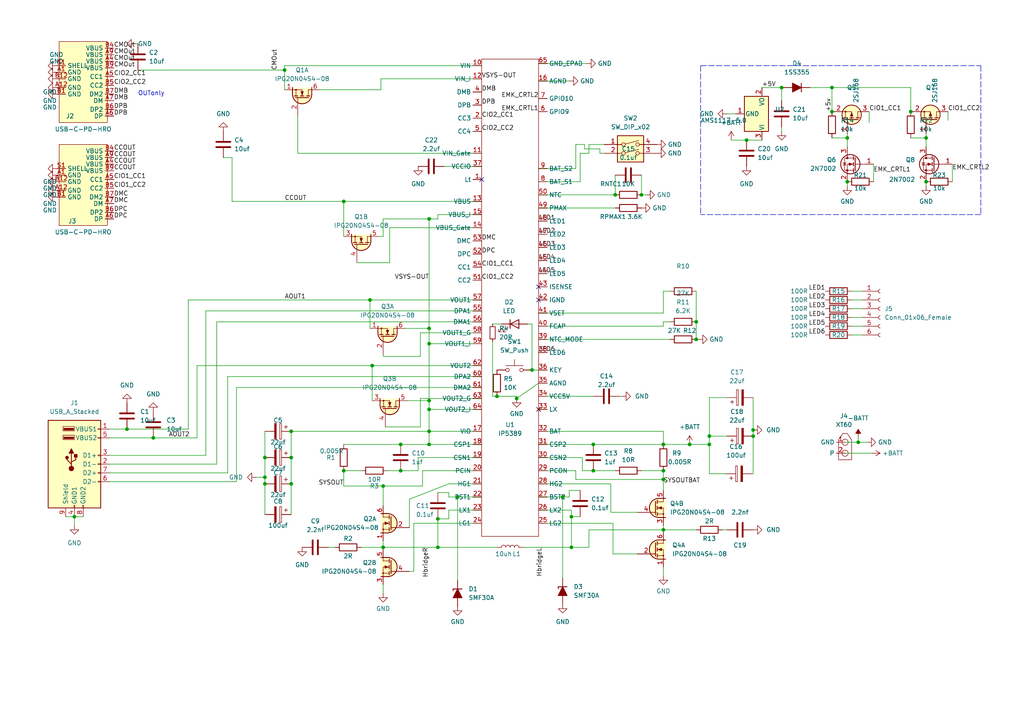
<source format=kicad_sch>
(kicad_sch (version 20211123) (generator eeschema)
  (paper "A4")
  (lib_symbols
    (symbol "Connector:Conn_01x06_Female" (pin_names (offset 1.016) hide)
      (property "Reference" "J" (at 0 7.62 0))
      (property "Value" "Conn_01x06_Female" (at 0 -10.16 0))
      (symbol "Conn_01x06_Female_1_1"
        (pin passive line (at -5.08 5.08 0) (length 3.81) (name "Pin_1") (number "1"))
        (pin passive line (at -5.08 2.54 0) (length 3.81) (name "Pin_2") (number "2"))
        (pin passive line (at -5.08 0 0) (length 3.81) (name "Pin_3") (number "3"))
        (pin passive line (at -5.08 -2.54 0) (length 3.81) (name "Pin_4") (number "4"))
        (pin passive line (at -5.08 -5.08 0) (length 3.81) (name "Pin_5") (number "5"))
        (pin passive line (at -5.08 -7.62 0) (length 3.81) (name "Pin_6") (number "6"))
      )
    )
    (symbol "Connector:USB_A_Stacked" (pin_names (offset 1.016))
      (property "Reference" "J" (at 0 15.875 0))
      (property "Value" "USB_A_Stacked" (at 0 13.97 0))
      (symbol "USB_A_Stacked_1_1"
        (pin power_in line (at 10.16 10.16 180) (length 2.54) (name "VBUS1") (number "1"))
        (pin bidirectional line (at 10.16 0 180) (length 2.54) (name "D1-") (number "2"))
        (pin bidirectional line (at 10.16 2.54 180) (length 2.54) (name "D1+") (number "3"))
        (pin power_in line (at 0 -15.24 90) (length 2.54) (name "GND1") (number "4"))
        (pin power_in line (at 10.16 7.62 180) (length 2.54) (name "VBUS2") (number "5"))
        (pin bidirectional line (at 10.16 -5.08 180) (length 2.54) (name "D2-") (number "6"))
        (pin bidirectional line (at 10.16 -2.54 180) (length 2.54) (name "D2+") (number "7"))
        (pin power_in line (at 2.54 -15.24 90) (length 2.54) (name "GND2") (number "8"))
        (pin passive line (at -2.54 -15.24 90) (length 2.54) (name "Shield") (number "9"))
      )
    )
    (symbol "Custom_library:IP5389"
      (property "Reference" "U" (at -0.635 -22.225 0))
      (property "Value" "IP5389" (at 0 -31.115 0))
      (symbol "IP5389_1_1"
        (pin bidirectional line (at -8.255 63.5 180) (length 2.54) (name "Lt") (number "1"))
        (pin power_out line (at -8.255 96.52 180) (length 2.54) (name "VIN") (number "10"))
        (pin output line (at -8.255 71.12 180) (length 2.54) (name "VIN_Gate") (number "11"))
        (pin input line (at -8.255 92.71 180) (length 2.54) (name "VIN_I") (number "12"))
        (pin power_out line (at -8.255 57.15 180) (length 2.54) (name "VBUS") (number "13"))
        (pin output line (at -8.255 49.53 180) (length 2.54) (name "VBUS_Gate") (number "14"))
        (pin input line (at -8.255 53.34 180) (length 2.54) (name "VBUS_I") (number "15"))
        (pin power_in line (at 8.255 92.075 0) (length 2.54) (name "AGND") (number "16"))
        (pin bidirectional line (at -8.255 -9.525 180) (length 2.54) (name "VIO") (number "17"))
        (pin input line (at -8.255 -13.335 180) (length 2.54) (name "CSP1") (number "18"))
        (pin input line (at -8.255 -17.145 180) (length 2.54) (name "CSN1") (number "19"))
        (pin bidirectional line (at -8.255 81.28 180) (length 2.54) (name "CC3") (number "2"))
        (pin input line (at -8.255 -20.955 180) (length 2.54) (name "PCIN") (number "20"))
        (pin output line (at -8.255 -24.765 180) (length 2.54) (name "HG1") (number "21"))
        (pin input line (at -8.255 -28.575 180) (length 2.54) (name "BST1") (number "22"))
        (pin output line (at -8.255 -32.385 180) (length 2.54) (name "LX1") (number "23"))
        (pin output line (at -8.255 -36.195 180) (length 2.54) (name "LG1") (number "24"))
        (pin output line (at 8.255 -36.195 0) (length 2.54) (name "LG2") (number "25"))
        (pin output line (at 8.255 -32.385 0) (length 2.54) (name "LX2") (number "26"))
        (pin output line (at 8.255 -28.575 0) (length 2.54) (name "BST2") (number "27"))
        (pin output line (at 8.255 -24.765 0) (length 2.54) (name "HG2") (number "28"))
        (pin input line (at 8.255 -20.955 0) (length 2.54) (name "PCON") (number "29"))
        (pin bidirectional line (at -8.255 85.09 180) (length 2.54) (name "DPB") (number "3"))
        (pin input line (at 8.255 -17.145 0) (length 2.54) (name "CSN2") (number "30"))
        (pin input line (at 8.255 -13.335 0) (length 2.54) (name "CSP2") (number "31"))
        (pin input line (at 8.255 -9.525 0) (length 2.54) (name "BAT") (number "32"))
        (pin no_connect line (at 8.255 -3.175 0) (length 2.54) (name "LX") (number "33"))
        (pin input line (at 8.255 0.635 0) (length 2.54) (name "VCC5V") (number "34"))
        (pin input line (at 8.255 4.445 0) (length 2.54) (name "AGND") (number "35"))
        (pin input line (at 8.255 8.255 0) (length 2.54) (name "KEY") (number "36"))
        (pin input line (at -8.255 67.31 180) (length 2.54) (name "VCCIO") (number "37"))
        (pin output line (at 8.255 13.335 0) (length 2.54) (name "LED6") (number "38"))
        (pin input line (at 8.255 17.145 0) (length 2.54) (name "NTC_MODE") (number "39"))
        (pin bidirectional line (at -8.255 88.9 180) (length 2.54) (name "DMB") (number "4"))
        (pin input line (at 8.255 20.955 0) (length 2.54) (name "FCAP") (number "40"))
        (pin input line (at 8.255 24.765 0) (length 2.54) (name "VSET") (number "41"))
        (pin input line (at 8.255 28.575 0) (length 2.54) (name "IGND") (number "42"))
        (pin input line (at 8.255 32.385 0) (length 2.54) (name "ISENSE") (number "43"))
        (pin output line (at 8.255 36.195 0) (length 2.54) (name "LED5") (number "44"))
        (pin output line (at 8.255 40.005 0) (length 2.54) (name "LED4") (number "45"))
        (pin output line (at 8.255 43.815 0) (length 2.54) (name "LED3") (number "46"))
        (pin output line (at 8.255 47.625 0) (length 2.54) (name "LED2") (number "47"))
        (pin output line (at 8.255 51.435 0) (length 2.54) (name "LED1") (number "48"))
        (pin input line (at 8.255 55.245 0) (length 2.54) (name "PMAX") (number "49"))
        (pin bidirectional line (at -8.255 77.47 180) (length 2.54) (name "CC4") (number "5"))
        (pin input line (at 8.255 59.055 0) (length 2.54) (name "NTC") (number "50"))
        (pin input line (at -8.255 34.29 180) (length 2.54) (name "CC2") (number "51"))
        (pin input line (at -8.255 41.91 180) (length 2.54) (name "DPC") (number "52"))
        (pin input line (at -8.255 45.72 180) (length 2.54) (name "DMC") (number "53"))
        (pin input line (at -8.255 38.1 180) (length 2.54) (name "CC1") (number "54"))
        (pin input line (at -8.255 25.4 180) (length 2.54) (name "DPA1") (number "55"))
        (pin input line (at -8.255 22.225 180) (length 2.54) (name "DMA1") (number "56"))
        (pin power_out line (at -8.255 28.575 180) (length 2.54) (name "VOUT1") (number "57"))
        (pin output line (at -8.255 19.05 180) (length 2.54) (name "VOUT1_G") (number "58"))
        (pin input line (at -8.255 15.875 180) (length 2.54) (name "VOUT1_I") (number "59"))
        (pin bidirectional line (at 8.255 83.185 0) (length 2.54) (name "GPIO9") (number "6"))
        (pin input line (at -8.255 6.35 180) (length 2.54) (name "DPA2") (number "60"))
        (pin input line (at -8.255 3.175 180) (length 2.54) (name "DMA2") (number "61"))
        (pin power_out line (at -8.255 9.525 180) (length 2.54) (name "VOUT2") (number "62"))
        (pin output line (at -8.255 0 180) (length 2.54) (name "VOUT2_G") (number "63"))
        (pin input line (at -8.255 -3.175 180) (length 2.54) (name "VOUT2_I") (number "64"))
        (pin power_in line (at 8.255 97.155 0) (length 2.54) (name "GND_EPAD") (number "65"))
        (pin bidirectional line (at 8.255 86.995 0) (length 2.54) (name "GPIO10") (number "7"))
        (pin input line (at 8.255 62.865 0) (length 2.54) (name "BAT_S1") (number "8"))
        (pin input line (at 8.255 66.675 0) (length 2.54) (name "BAT_S2") (number "9"))
      )
    )
    (symbol "Custom_library:USB-C-PD-HRO"
      (property "Reference" "J" (at -6.985 13.335 0))
      (property "Value" "USB-C-PD-HRO" (at -11.43 10.16 90))
      (symbol "USB-C-PD-HRO_1_1"
        (pin power_in line (at 5.08 17.78 270) (length 2.54) (name "GND") (number "A1"))
        (pin power_in line (at 0.635 17.78 270) (length 2.54) (name "GND") (number "A12"))
        (pin passive line (at 8.255 1.27 90) (length 2.54) (name "VBUS") (number "A4"))
        (pin bidirectional line (at 3.81 1.27 90) (length 2.54) (name "CC1") (number "A5"))
        (pin bidirectional line (at -7.62 1.27 90) (length 2.54) (name "DP") (number "A6"))
        (pin bidirectional line (at -3.175 1.27 90) (length 2.54) (name "DM") (number "A7"))
        (pin passive line (at 10.16 1.27 90) (length 2.54) (name "VBUS") (number "A9"))
        (pin power_in line (at -1.27 17.78 270) (length 2.54) (name "GND") (number "B1"))
        (pin passive line (at 3.175 17.78 270) (length 2.54) (name "GND") (number "B12"))
        (pin passive line (at 12.065 1.27 90) (length 2.54) (name "VBUS") (number "B4"))
        (pin bidirectional line (at 1.27 1.27 90) (length 2.54) (name "CC2") (number "B5"))
        (pin passive line (at -5.715 1.27 90) (length 2.54) (name "DP2") (number "B6"))
        (pin passive line (at -1.27 1.27 90) (length 2.54) (name "DM2") (number "B7"))
        (pin power_out line (at 6.35 1.27 90) (length 2.54) (name "VBUS") (number "B9"))
        (pin passive line (at 6.985 17.78 270) (length 2.54) (name "SHELL") (number "S1"))
      )
    )
    (symbol "Custom_library:XT60"
      (property "Reference" "J" (at 3.175 0.635 0))
      (property "Value" "XT60" (at 0.635 -1.905 0))
      (symbol "XT60_1_1"
        (pin input line (at 0.635 5.08 180) (length 2.54) (name "GND") (number "1"))
        (pin input line (at 0.635 1.905 180) (length 2.54) (name "P") (number "2"))
      )
    )
    (symbol "Device:C" (pin_numbers hide) (pin_names (offset 0.254))
      (property "Reference" "C" (at 0.635 2.54 0))
      (property "Value" "C" (at 0.635 -2.54 0))
      (symbol "C_1_1"
        (pin passive line (at 0 3.81 270) (length 2.794) (name "~") (number "1"))
        (pin passive line (at 0 -3.81 90) (length 2.794) (name "~") (number "2"))
      )
    )
    (symbol "Device:C_Polarized" (pin_numbers hide) (pin_names (offset 0.254))
      (property "Reference" "C" (at 0.635 2.54 0))
      (property "Value" "C_Polarized" (at 0.635 -2.54 0))
      (symbol "C_Polarized_1_1"
        (pin passive line (at 0 3.81 270) (length 2.794) (name "~") (number "1"))
        (pin passive line (at 0 -3.81 90) (length 2.794) (name "~") (number "2"))
      )
    )
    (symbol "Device:L" (pin_numbers hide) (pin_names (offset 1.016) hide)
      (property "Reference" "L" (at -1.27 0 90))
      (property "Value" "L" (at 1.905 0 90))
      (symbol "L_1_1"
        (pin passive line (at 0 3.81 270) (length 1.27) (name "1") (number "1"))
        (pin passive line (at 0 -3.81 90) (length 1.27) (name "2") (number "2"))
      )
    )
    (symbol "Device:LED" (pin_numbers hide) (pin_names (offset 1.016) hide)
      (property "Reference" "D" (at 0 2.54 0))
      (property "Value" "LED" (at 0 -2.54 0))
      (symbol "LED_1_1"
        (pin passive line (at -3.81 0 0) (length 2.54) (name "K") (number "1"))
        (pin passive line (at 3.81 0 180) (length 2.54) (name "A") (number "2"))
      )
    )
    (symbol "Device:R" (pin_numbers hide) (pin_names (offset 0))
      (property "Reference" "R" (at 2.032 0 90))
      (property "Value" "R" (at 0 0 90))
      (symbol "R_1_1"
        (pin passive line (at 0 3.81 270) (length 1.27) (name "~") (number "1"))
        (pin passive line (at 0 -3.81 90) (length 1.27) (name "~") (number "2"))
      )
    )
    (symbol "Device:R_Small" (pin_numbers hide) (pin_names (offset 0.254) hide)
      (property "Reference" "R" (at 0.762 0.508 0))
      (property "Value" "R_Small" (at 0.762 -1.016 0))
      (symbol "R_Small_1_1"
        (pin passive line (at 0 2.54 270) (length 0.762) (name "~") (number "1"))
        (pin passive line (at 0 -2.54 90) (length 0.762) (name "~") (number "2"))
      )
    )
    (symbol "Diode_AKL:1SS355" (pin_numbers hide) (pin_names (offset 1.016) hide)
      (property "Reference" "D" (at 0 5.08 0))
      (property "Value" "1SS355" (at 0 2.54 0))
      (symbol "1SS355_1_1"
        (pin passive line (at 3.81 0 180) (length 2.54) (name "K") (number "1"))
        (pin passive line (at -3.81 0 0) (length 2.54) (name "A") (number "2"))
      )
    )
    (symbol "Diode_TVS_AKL:SMF30A" (pin_numbers hide) (pin_names (offset 1.016) hide)
      (property "Reference" "D" (at 0 5.08 0))
      (property "Value" "SMF30A" (at 0 2.54 0))
      (symbol "SMF30A_1_1"
        (pin passive line (at 3.81 0 180) (length 2.54) (name "K") (number "1"))
        (pin passive line (at -3.81 0 0) (length 2.54) (name "A") (number "2"))
      )
    )
    (symbol "Regulator_Linear:LM1117-5.0" (pin_names (offset 0.254))
      (property "Reference" "U" (at -3.81 3.175 0))
      (property "Value" "LM1117-5.0" (at 0 3.175 0))
      (symbol "LM1117-5.0_1_1"
        (pin power_in line (at 0 -7.62 90) (length 2.54) (name "GND") (number "1"))
        (pin power_out line (at 7.62 0 180) (length 2.54) (name "VO") (number "2"))
        (pin power_in line (at -7.62 0 0) (length 2.54) (name "VI") (number "3"))
      )
    )
    (symbol "Switch:SW_DIP_x02" (pin_names (offset 0) hide)
      (property "Reference" "SW" (at 0 6.35 0))
      (property "Value" "SW_DIP_x02" (at 0 -3.81 0))
      (symbol "SW_DIP_x02_1_1"
        (pin passive line (at -7.62 2.54 0) (length 5.08) (name "~") (number "1"))
        (pin passive line (at -7.62 0 0) (length 5.08) (name "~") (number "2"))
        (pin passive line (at 7.62 0 180) (length 5.08) (name "~") (number "3"))
        (pin passive line (at 7.62 2.54 180) (length 5.08) (name "~") (number "4"))
      )
    )
    (symbol "Switch:SW_Push" (pin_numbers hide) (pin_names (offset 1.016) hide)
      (property "Reference" "SW" (at 1.27 2.54 0))
      (property "Value" "SW_Push" (at 0 -1.524 0))
      (symbol "SW_Push_0_1"
        (pin passive line (at -5.08 0 0) (length 2.54) (name "1") (number "1"))
        (pin passive line (at 5.08 0 180) (length 2.54) (name "2") (number "2"))
      )
    )
    (symbol "Transistor_FET:2N7002" (pin_names hide)
      (property "Reference" "Q" (at 5.08 1.905 0))
      (property "Value" "2N7002" (at 5.08 0 0))
      (symbol "2N7002_1_1"
        (pin input line (at -5.08 0 0) (length 2.54) (name "G") (number "1"))
        (pin passive line (at 2.54 -5.08 90) (length 2.54) (name "S") (number "2"))
        (pin passive line (at 2.54 5.08 270) (length 2.54) (name "D") (number "3"))
      )
    )
    (symbol "Transistor_MOSFET_AKL:2SJ168" (pin_names hide)
      (property "Reference" "Q" (at 5.08 1.27 0))
      (property "Value" "2SJ168" (at 5.08 -1.27 0))
      (symbol "2SJ168_1_1"
        (pin input line (at -3.81 1.27 0) (length 2.54) (name "G") (number "1"))
        (pin passive line (at 2.54 5.08 270) (length 2.54) (name "S") (number "2"))
        (pin passive line (at 2.54 -5.08 90) (length 2.54) (name "D") (number "3"))
      )
    )
    (symbol "Transistor_MOSFET_AKL:IPG20N04S4-08" (pin_names (offset 1.016) hide)
      (property "Reference" "Q" (at 3.81 1.27 0))
      (property "Value" "IPG20N04S4-08" (at 3.81 -1.27 0))
      (symbol "IPG20N04S4-08_1_1"
        (pin passive line (at 1.27 -5.08 90) (length 2.54) (name "S1") (number "1"))
        (pin input line (at -6.35 -1.27 0) (length 5.207) (name "G1") (number "2"))
        (pin passive line (at 1.27 5.08 270) (length 2.54) (name "D1") (number "6"))
      )
      (symbol "IPG20N04S4-08_2_1"
        (pin passive line (at 1.27 -5.08 90) (length 2.54) (name "S2") (number "3"))
        (pin input line (at -6.35 -1.27 0) (length 5.207) (name "G2") (number "4"))
        (pin passive line (at 1.27 5.08 270) (length 2.54) (name "D2") (number "5"))
      )
    )
    (symbol "power:+BATT" (power) (pin_names (offset 0))
      (property "Value" "+BATT" (at 0 3.556 0))
      (symbol "+BATT_1_1"
        (pin power_in line (at 0 0 90) (length 0) hide (name "+BATT") (number "1"))
      )
    )
    (symbol "power:-BATT" (power) (pin_names (offset 0))
      (property "Value" "-BATT" (at 0 3.556 0))
      (symbol "-BATT_1_1"
        (pin power_in line (at 0 0 90) (length 0) hide (name "-BATT") (number "1"))
      )
    )
    (symbol "power:GND" (power) (pin_names (offset 0))
      (property "Value" "GND" (at 0 -3.81 0))
      (symbol "GND_1_1"
        (pin power_in line (at 0 0 270) (length 0) hide (name "GND") (number "1"))
      )
    )
  )
  (junction (at 201.93 93.345))
  (junction (at 107.315 86.995))
  (junction (at 172.085 136.525))
  (junction (at 205.74 128.905))
  (junction (at 124.46 63.5))
  (junction (at 245.745 40.005))
  (junction (at 84.455 140.335))
  (junction (at 165.735 149.86))
  (junction (at 226.695 25.4))
  (junction (at 84.455 125.095))
  (junction (at 218.44 124.714))
  (junction (at 21.59 149.86))
  (junction (at 268.605 52.705))
  (junction (at 111.125 140.97))
  (junction (at 192.405 139.065))
  (junction (at 241.3 25.4))
  (junction (at 163.195 144.145))
  (junction (at 201.93 98.425))
  (junction (at 205.74 126.492))
  (junction (at 124.46 125.095))
  (junction (at 36.83 124.46))
  (junction (at 124.46 128.905))
  (junction (at 149.86 115.57))
  (junction (at 264.16 32.385))
  (junction (at 76.835 140.335))
  (junction (at 107.95 106.045))
  (junction (at 245.745 52.705))
  (junction (at 192.405 128.905))
  (junction (at 82.55 20.32))
  (junction (at 165.735 158.75))
  (junction (at 248.92 128.27))
  (junction (at 186.055 56.515))
  (junction (at 124.46 99.695))
  (junction (at 124.46 95.25))
  (junction (at 99.695 136.525))
  (junction (at 192.405 136.525))
  (junction (at 200.025 128.905))
  (junction (at 116.205 128.905))
  (junction (at 172.085 128.905))
  (junction (at 127 150.495))
  (junction (at 154.305 107.315))
  (junction (at 76.835 138.43))
  (junction (at 216.535 40.64))
  (junction (at 241.3 32.385))
  (junction (at 99.695 58.42))
  (junction (at 144.145 114.935))
  (junction (at 192.405 153.67))
  (junction (at 111.125 158.75))
  (junction (at 44.45 127))
  (junction (at 124.46 118.745))
  (junction (at 178.435 56.515))
  (junction (at 124.46 116.205))
  (junction (at 127 158.75))
  (junction (at 76.835 132.715))
  (junction (at 116.205 136.525))
  (junction (at 132.715 144.145))
  (junction (at 218.44 126.492))
  (junction (at 268.605 40.005))
  (junction (at 84.455 132.715))
  (no_connect (at 156.21 86.995))
  (no_connect (at 156.21 83.185))
  (no_connect (at 139.7 52.07))
  (no_connect (at 156.21 118.745))
  (wire (pts (xy 226.695 25.4) (xy 226.695 29.21)))
  (wire (pts (xy 132.715 144.145) (xy 130.175 144.145)))
  (wire (pts (xy 139.7 128.905) (xy 124.46 128.905)))
  (wire (pts (xy 130.175 140.335) (xy 139.7 140.335)))
  (wire (pts (xy 68.58 139.7) (xy 31.75 139.7)))
  (wire (pts (xy 121.92 115.57) (xy 121.92 123.825)))
  (wire (pts (xy 156.21 52.705) (xy 168.275 52.705)))
  (wire (pts (xy 118.11 116.205) (xy 124.46 116.205)))
  (wire (pts (xy 111.125 68.58) (xy 111.125 63.5)))
  (wire (pts (xy 84.455 132.715) (xy 84.455 140.335)))
  (wire (pts (xy 156.21 90.805) (xy 192.405 90.805)))
  (wire (pts (xy 139.7 93.345) (xy 62.865 93.345)))
  (wire (pts (xy 192.405 93.345) (xy 194.31 93.345)))
  (wire (pts (xy 205.74 137.414) (xy 210.566 137.414)))
  (wire (pts (xy 111.125 156.845) (xy 111.125 158.75)))
  (wire (pts (xy 59.69 132.08) (xy 59.69 90.17)))
  (wire (pts (xy 99.695 136.525) (xy 99.695 140.97)))
  (wire (pts (xy 84.455 125.095) (xy 124.46 125.095)))
  (wire (pts (xy 192.405 153.67) (xy 192.405 154.305)))
  (wire (pts (xy 252.095 32.385) (xy 252.095 35.56)))
  (wire (pts (xy 31.75 127) (xy 44.45 127)))
  (wire (pts (xy 168.275 44.45) (xy 170.815 44.45)))
  (wire (pts (xy 122.555 136.525) (xy 122.555 140.97)))
  (wire (pts (xy 177.165 140.335) (xy 177.165 148.59)))
  (wire (pts (xy 226.695 25.4) (xy 227.33 25.4)))
  (wire (pts (xy 139.7 115.57) (xy 121.92 115.57)))
  (wire (pts (xy 127 158.75) (xy 144.145 158.75)))
  (wire (pts (xy 130.175 142.875) (xy 127 142.875)))
  (wire (pts (xy 99.695 128.905) (xy 116.205 128.905)))
  (wire (pts (xy 139.7 144.145) (xy 132.715 144.145)))
  (wire (pts (xy 156.21 144.145) (xy 163.195 144.145)))
  (wire (pts (xy 212.09 40.64) (xy 216.535 40.64)))
  (wire (pts (xy 127 150.495) (xy 127 158.75)))
  (wire (pts (xy 124.46 63.5) (xy 124.46 95.25)))
  (wire (pts (xy 192.405 153.67) (xy 201.93 153.67)))
  (wire (pts (xy 124.46 99.695) (xy 124.46 116.205)))
  (wire (pts (xy 142.875 93.98) (xy 145.415 93.98)))
  (wire (pts (xy 268.605 40.005) (xy 268.605 42.545)))
  (wire (pts (xy 139.7 19.05) (xy 82.55 19.05)))
  (wire (pts (xy 99.695 58.42) (xy 99.695 68.58)))
  (wire (pts (xy 156.21 98.425) (xy 194.31 98.425)))
  (wire (pts (xy 163.195 144.145) (xy 165.1 144.145)))
  (wire (pts (xy 139.7 44.45) (xy 86.36 44.45)))
  (wire (pts (xy 156.21 140.335) (xy 177.165 140.335)))
  (wire (pts (xy 234.95 25.4) (xy 241.3 25.4)))
  (wire (pts (xy 241.3 32.385) (xy 241.935 32.385)))
  (wire (pts (xy 121.285 136.525) (xy 121.285 132.715)))
  (wire (pts (xy 82.55 20.32) (xy 82.55 26.035)))
  (wire (pts (xy 200.025 128.905) (xy 205.74 128.905)))
  (wire (pts (xy 21.59 149.86) (xy 24.13 149.86)))
  (wire (pts (xy 205.74 128.905) (xy 205.74 137.414)))
  (wire (pts (xy 177.8 151.765) (xy 177.8 160.655)))
  (wire (pts (xy 130.175 147.955) (xy 139.7 147.955)))
  (wire (pts (xy 167.005 41.91) (xy 167.005 48.895)))
  (wire (pts (xy 156.21 94.615) (xy 192.405 94.615)))
  (wire (pts (xy 192.405 136.525) (xy 192.405 139.065)))
  (wire (pts (xy 177.8 160.655) (xy 184.785 160.655)))
  (wire (pts (xy 168.275 149.86) (xy 165.735 149.86)))
  (wire (pts (xy 92.71 26.035) (xy 110.49 26.035)))
  (wire (pts (xy 165.735 149.86) (xy 165.735 158.75)))
  (wire (pts (xy 67.31 45.72) (xy 67.31 58.42)))
  (wire (pts (xy 218.44 137.414) (xy 218.44 126.492)))
  (wire (pts (xy 121.92 103.378) (xy 111.252 103.378)))
  (wire (pts (xy 124.46 63.5) (xy 127 63.5)))
  (wire (pts (xy 111.252 103.378) (xy 111.125 102.87)))
  (wire (pts (xy 268.605 40.005) (xy 264.16 40.005)))
  (wire (pts (xy 178.435 136.525) (xy 172.085 136.525)))
  (wire (pts (xy 248.92 128.27) (xy 251.46 128.27)))
  (wire (pts (xy 86.36 44.45) (xy 86.36 33.655)))
  (wire (pts (xy 248.92 127) (xy 248.92 128.27)))
  (wire (pts (xy 170.815 41.91) (xy 175.26 41.91)))
  (wire (pts (xy 116.205 128.905) (xy 124.46 128.905)))
  (wire (pts (xy 268.605 38.735) (xy 268.605 40.005)))
  (wire (pts (xy 247.015 94.615) (xy 250.19 94.615)))
  (wire (pts (xy 139.7 58.42) (xy 99.695 58.42)))
  (wire (pts (xy 76.835 125.095) (xy 76.835 132.715)))
  (wire (pts (xy 66.04 109.22) (xy 139.7 109.22)))
  (wire (pts (xy 245.745 40.005) (xy 241.3 40.005)))
  (wire (pts (xy 202.565 98.425) (xy 201.93 98.425)))
  (wire (pts (xy 172.085 128.905) (xy 192.405 128.905)))
  (wire (pts (xy 168.91 132.715) (xy 156.21 132.715)))
  (wire (pts (xy 120.015 165.735) (xy 118.745 165.735)))
  (wire (pts (xy 245.11 128.27) (xy 248.92 128.27)))
  (wire (pts (xy 153.035 93.98) (xy 154.305 93.98)))
  (wire (pts (xy 142.875 99.06) (xy 142.875 114.935)))
  (wire (pts (xy 170.815 153.67) (xy 192.405 153.67)))
  (wire (pts (xy 104.775 158.75) (xy 111.125 158.75)))
  (wire (pts (xy 121.285 132.715) (xy 139.7 132.715)))
  (wire (pts (xy 111.125 169.545) (xy 111.125 172.085)))
  (wire (pts (xy 205.74 115.316) (xy 205.74 126.492)))
  (wire (pts (xy 76.835 140.335) (xy 76.835 149.225)))
  (wire (pts (xy 156.21 18.415) (xy 170.18 18.415)))
  (wire (pts (xy 268.605 52.705) (xy 268.605 53.975)))
  (wire (pts (xy 167.005 41.91) (xy 169.545 41.91)))
  (wire (pts (xy 156.21 128.905) (xy 172.085 128.905)))
  (wire (pts (xy 192.405 139.065) (xy 192.405 142.24)))
  (wire (pts (xy 247.015 92.075) (xy 250.19 92.075)))
  (wire (pts (xy 186.055 50.8) (xy 186.055 56.515)))
  (wire (pts (xy 130.175 144.145) (xy 130.175 142.875)))
  (wire (pts (xy 124.46 116.205) (xy 124.46 118.745)))
  (wire (pts (xy 21.59 149.86) (xy 21.59 152.4)))
  (wire (pts (xy 192.405 125.095) (xy 192.405 128.905)))
  (wire (pts (xy 201.93 84.455) (xy 201.93 93.345)))
  (wire (pts (xy 245.11 131.445) (xy 252.73 131.445)))
  (wire (pts (xy 139.7 112.395) (xy 68.58 112.395)))
  (polyline (pts (xy 203.2 19.05) (xy 284.48 19.05)))
  (wire (pts (xy 216.535 40.64) (xy 220.98 40.64)))
  (wire (pts (xy 57.15 106.045) (xy 107.95 106.045)))
  (wire (pts (xy 112.395 136.525) (xy 116.205 136.525)))
  (wire (pts (xy 142.875 114.935) (xy 144.145 114.935)))
  (wire (pts (xy 82.55 19.05) (xy 82.55 20.32)))
  (wire (pts (xy 187.325 56.515) (xy 186.055 56.515)))
  (wire (pts (xy 201.93 93.345) (xy 201.93 98.425)))
  (wire (pts (xy 144.145 114.935) (xy 149.86 114.935)))
  (wire (pts (xy 118.745 153.035) (xy 118.745 144.78)))
  (wire (pts (xy 156.21 23.495) (xy 165.1 23.495)))
  (polyline (pts (xy 284.48 62.23) (xy 203.2 62.23)))
  (wire (pts (xy 156.21 60.325) (xy 178.435 60.325)))
  (wire (pts (xy 117.475 95.25) (xy 124.46 95.25)))
  (wire (pts (xy 192.405 128.905) (xy 200.025 128.905)))
  (wire (pts (xy 127 62.23) (xy 139.7 62.23)))
  (wire (pts (xy 247.015 97.155) (xy 250.19 97.155)))
  (wire (pts (xy 210.82 33.02) (xy 213.36 33.02)))
  (wire (pts (xy 107.315 86.995) (xy 107.315 95.25)))
  (wire (pts (xy 59.69 90.17) (xy 139.7 90.17)))
  (wire (pts (xy 226.695 36.83) (xy 226.695 38.1)))
  (wire (pts (xy 76.835 138.43) (xy 76.835 140.335)))
  (wire (pts (xy 120.015 151.765) (xy 120.015 165.735)))
  (wire (pts (xy 40.005 20.32) (xy 82.55 20.32)))
  (wire (pts (xy 68.58 112.395) (xy 68.58 139.7)))
  (wire (pts (xy 245.745 38.735) (xy 245.745 40.005)))
  (wire (pts (xy 218.44 115.316) (xy 218.44 124.714)))
  (wire (pts (xy 192.405 90.805) (xy 192.405 84.455)))
  (wire (pts (xy 62.865 134.62) (xy 31.75 134.62)))
  (wire (pts (xy 99.695 58.42) (xy 67.31 58.42)))
  (wire (pts (xy 127 150.495) (xy 130.175 150.495)))
  (wire (pts (xy 169.545 41.91) (xy 169.545 43.18)))
  (wire (pts (xy 220.98 25.4) (xy 226.695 25.4)))
  (wire (pts (xy 107.95 106.045) (xy 107.95 116.205)))
  (wire (pts (xy 156.21 56.515) (xy 178.435 56.515)))
  (wire (pts (xy 121.92 123.825) (xy 111.76 123.825)))
  (wire (pts (xy 245.745 40.005) (xy 245.745 42.545)))
  (wire (pts (xy 124.46 99.695) (xy 139.7 99.695)))
  (wire (pts (xy 111.125 63.5) (xy 124.46 63.5)))
  (wire (pts (xy 276.225 47.625) (xy 276.225 52.705)))
  (wire (pts (xy 122.555 140.97) (xy 111.125 140.97)))
  (wire (pts (xy 156.21 136.525) (xy 167.005 136.525)))
  (wire (pts (xy 163.195 144.145) (xy 163.195 167.64)))
  (wire (pts (xy 31.75 137.16) (xy 66.04 137.16)))
  (wire (pts (xy 165.735 147.955) (xy 165.735 149.86)))
  (wire (pts (xy 95.25 158.75) (xy 97.155 158.75)))
  (wire (pts (xy 84.455 140.335) (xy 84.455 149.225)))
  (wire (pts (xy 156.21 147.955) (xy 165.735 147.955)))
  (wire (pts (xy 57.15 127) (xy 57.15 106.045)))
  (wire (pts (xy 165.1 142.24) (xy 168.275 142.24)))
  (wire (pts (xy 110.49 22.86) (xy 139.7 22.86)))
  (wire (pts (xy 54.61 124.46) (xy 36.83 124.46)))
  (wire (pts (xy 205.74 126.492) (xy 205.74 128.905)))
  (wire (pts (xy 39.37 12.7) (xy 40.005 12.7)))
  (wire (pts (xy 31.75 132.08) (xy 59.69 132.08)))
  (wire (pts (xy 172.085 136.525) (xy 168.91 136.525)))
  (wire (pts (xy 178.435 50.8) (xy 178.435 56.515)))
  (wire (pts (xy 179.705 114.935) (xy 180.34 114.935)))
  (wire (pts (xy 111.125 158.75) (xy 127 158.75)))
  (wire (pts (xy 121.92 96.52) (xy 121.92 103.378)))
  (wire (pts (xy 247.015 86.995) (xy 250.19 86.995)))
  (wire (pts (xy 168.275 44.45) (xy 168.275 52.705)))
  (wire (pts (xy 124.46 125.095) (xy 124.46 118.745)))
  (wire (pts (xy 113.03 66.04) (xy 139.7 66.04)))
  (wire (pts (xy 205.74 126.492) (xy 210.82 126.492)))
  (wire (pts (xy 54.61 86.995) (xy 54.61 124.46)))
  (wire (pts (xy 247.015 89.535) (xy 250.19 89.535)))
  (wire (pts (xy 169.545 43.18) (xy 173.99 43.18)))
  (wire (pts (xy 209.55 153.67) (xy 210.82 153.67)))
  (wire (pts (xy 192.405 84.455) (xy 194.31 84.455)))
  (wire (pts (xy 130.175 150.495) (xy 130.175 147.955)))
  (wire (pts (xy 177.165 148.59) (xy 184.785 148.59)))
  (wire (pts (xy 64.77 45.72) (xy 67.31 45.72)))
  (wire (pts (xy 154.305 107.315) (xy 156.21 107.315)))
  (wire (pts (xy 110.49 26.035) (xy 110.49 22.86)))
  (wire (pts (xy 111.125 140.97) (xy 99.695 140.97)))
  (wire (pts (xy 44.45 127) (xy 57.15 127)))
  (wire (pts (xy 192.405 152.4) (xy 192.405 153.67)))
  (wire (pts (xy 170.815 158.75) (xy 165.735 158.75)))
  (wire (pts (xy 127 63.5) (xy 127 62.23)))
  (wire (pts (xy 76.835 132.715) (xy 76.835 138.43)))
  (wire (pts (xy 192.405 94.615) (xy 192.405 93.345)))
  (wire (pts (xy 192.405 164.465) (xy 192.405 167.005)))
  (wire (pts (xy 149.86 114.935) (xy 149.86 115.57)))
  (polyline (pts (xy 203.2 19.05) (xy 203.2 62.23)))
  (wire (pts (xy 264.16 32.385) (xy 264.795 32.385)))
  (wire (pts (xy 274.955 32.385) (xy 274.955 34.925)))
  (wire (pts (xy 116.205 136.525) (xy 121.285 136.525)))
  (wire (pts (xy 139.7 125.095) (xy 124.46 125.095)))
  (wire (pts (xy 124.46 95.25) (xy 124.46 99.695)))
  (wire (pts (xy 165.1 144.145) (xy 165.1 142.24)))
  (wire (pts (xy 19.05 149.86) (xy 21.59 149.86)))
  (wire (pts (xy 109.855 68.58) (xy 111.125 68.58)))
  (wire (pts (xy 66.04 137.16) (xy 66.04 109.22)))
  (wire (pts (xy 156.21 48.895) (xy 167.005 48.895)))
  (wire (pts (xy 113.03 76.2) (xy 113.03 66.04)))
  (wire (pts (xy 139.7 136.525) (xy 122.555 136.525)))
  (wire (pts (xy 36.83 124.46) (xy 31.75 124.46)))
  (wire (pts (xy 111.125 158.75) (xy 111.125 159.385)))
  (wire (pts (xy 149.86 115.57) (xy 156.21 111.125)))
  (wire (pts (xy 54.61 86.995) (xy 107.315 86.995)))
  (wire (pts (xy 62.865 93.345) (xy 62.865 134.62)))
  (wire (pts (xy 156.21 114.935) (xy 172.085 114.935)))
  (wire (pts (xy 170.815 153.67) (xy 170.815 158.75)))
  (wire (pts (xy 170.815 44.45) (xy 170.815 41.91)))
  (wire (pts (xy 167.005 139.065) (xy 192.405 139.065)))
  (wire (pts (xy 139.7 151.765) (xy 120.015 151.765)))
  (wire (pts (xy 154.305 93.98) (xy 154.305 107.315)))
  (wire (pts (xy 103.505 76.2) (xy 113.03 76.2)))
  (wire (pts (xy 74.295 138.43) (xy 76.835 138.43)))
  (wire (pts (xy 132.715 144.145) (xy 132.715 168.275)))
  (wire (pts (xy 107.315 86.995) (xy 139.7 86.995)))
  (wire (pts (xy 218.44 137.414) (xy 218.186 137.414)))
  (wire (pts (xy 118.745 144.78) (xy 130.175 140.335)))
  (wire (pts (xy 84.455 125.095) (xy 84.455 132.715)))
  (wire (pts (xy 156.21 151.765) (xy 177.8 151.765)))
  (wire (pts (xy 168.91 136.525) (xy 168.91 132.715)))
  (wire (pts (xy 264.16 25.4) (xy 264.16 32.385)))
  (wire (pts (xy 241.3 25.4) (xy 264.16 25.4)))
  (wire (pts (xy 167.005 136.525) (xy 167.005 139.065)))
  (wire (pts (xy 107.95 106.045) (xy 139.7 106.045)))
  (wire (pts (xy 205.74 115.316) (xy 210.82 115.316)))
  (wire (pts (xy 241.3 25.4) (xy 241.3 32.385)))
  (wire (pts (xy 156.21 125.095) (xy 192.405 125.095)))
  (wire (pts (xy 247.015 84.455) (xy 250.19 84.455)))
  (wire (pts (xy 151.765 158.75) (xy 165.735 158.75)))
  (wire (pts (xy 173.99 44.45) (xy 175.26 44.45)))
  (wire (pts (xy 139.7 96.52) (xy 121.92 96.52)))
  (wire (pts (xy 99.695 136.525) (xy 104.775 136.525)))
  (wire (pts (xy 128.905 48.26) (xy 139.7 48.26)))
  (wire (pts (xy 245.745 52.705) (xy 245.745 53.975)))
  (wire (pts (xy 124.46 128.905) (xy 124.46 125.095)))
  (wire (pts (xy 253.365 47.625) (xy 253.365 52.705)))
  (wire (pts (xy 186.055 136.525) (xy 192.405 136.525)))
  (wire (pts (xy 218.44 124.714) (xy 218.44 126.492)))
  (wire (pts (xy 124.46 118.745) (xy 139.7 118.745)))
  (polyline (pts (xy 284.48 19.05) (xy 284.48 62.23)))
  (wire (pts (xy 173.99 43.18) (xy 173.99 44.45)))
  (wire (pts (xy 111.125 140.97) (xy 111.125 146.685)))
  (text "OUTonly\n" (at 40.005 27.94 0) (effects (font (size 1.27 1.27)) (justify left bottom)))
  (label "DMB" (at 33.02 29.21 0))
  (label "CMOut" (at 33.02 19.685 0))
  (label "EMK_CRTL1" (at 253.365 50.165 0))
  (label "CIO2_CC2" (at 33.02 24.765 0))
  (label "CCOUT" (at 33.02 47.625 0))
  (label "HbridgeR" (at 124.46 158.75 270))
  (label "CIO1_CC2" (at 33.02 54.61 0))
  (label "LED1" (at 239.395 84.455 180))
  (label "DPC" (at 139.7 73.66 0))
  (label "DMB" (at 139.7 26.67 0))
  (label "LED2" (at 156.21 67.945 0))
  (label "LED5" (at 156.21 79.375 0))
  (label "DMC" (at 33.02 59.055 0))
  (label "VSYS-OUT" (at 139.7 22.86 0))
  (label "LED6" (at 156.21 102.235 0))
  (label "CIO2_CC1" (at 33.02 22.225 0))
  (label "CIO1_CC1" (at 33.02 52.07 0))
  (label "CCOUT" (at 82.55 58.42 0))
  (label "CIO1_CC1" (at 139.7 77.47 0))
  (label "AOUT2" (at 48.895 127 0))
  (label "DPB" (at 33.02 33.655 0))
  (label "DPB" (at 139.7 30.48 0))
  (label "CCOUT" (at 33.02 45.72 0))
  (label "DPC" (at 33.02 61.595 0))
  (label "CIO2_CC2" (at 139.7 38.1 0))
  (label "HbridgeL" (at 157.48 158.75 270))
  (label "+5V" (at 220.98 25.4 0))
  (label "CIO1_CC2" (at 139.7 81.28 0))
  (label "CMOut" (at 80.645 20.32 90))
  (label "LED5" (at 239.395 94.615 180))
  (label "CMOut" (at 33.02 15.875 0))
  (label "DMB" (at 33.02 27.305 0))
  (label "CCOUT" (at 33.02 43.815 0))
  (label "CIO1_CC1" (at 252.095 32.385 0))
  (label "+5v" (at 241.3 32.385 90))
  (label "LED3" (at 239.395 89.535 180))
  (label "DPC" (at 33.02 63.5 0))
  (label "LED3" (at 156.21 71.755 0))
  (label "VSYS-OUT" (at 124.46 81.28 180))
  (label "CMOut" (at 33.02 13.97 0))
  (label "DMC" (at 139.7 69.85 0))
  (label "LED6" (at 239.395 97.155 180))
  (label "CIO1_CC2" (at 274.955 32.385 0))
  (label "LED1" (at 156.21 64.135 0))
  (label "DMC" (at 33.02 57.15 0))
  (label "EMK_CRTL1" (at 156.21 32.385 180))
  (label "LED4" (at 156.21 75.565 0))
  (label "CMOut" (at 33.02 17.78 0))
  (label "SYSOUT" (at 99.695 140.97 180))
  (label "EMK_CRTL2" (at 276.225 49.53 0))
  (label "SYSOUTBAT" (at 192.405 140.335 0))
  (label "LED4" (at 239.395 92.075 180))
  (label "EMK_CRTL2" (at 156.21 28.575 180))
  (label "CCOUT" (at 33.02 49.53 0))
  (label "AOUT1" (at 82.55 86.995 0))
  (label "DPB" (at 33.02 31.75 0))
  (label "CIO2_CC1" (at 139.7 34.29 0))
  (label "LED2" (at 239.395 86.995 180))
  (symbol (lib_id "Device:C") (at 127 146.685 0) (unit 1)
    (property "Reference" "C11" (at 120.65 146.685 0) (effects (justify left)))
    (property "Value" "0.1uf" (at 120.65 149.225 0) (effects (justify left)))
    (property "Footprint" "Capacitor_SMD:C_0805_2012Metric" (effects hide))
  )
  (symbol (lib_id "Device:C") (at 168.275 146.05 0) (unit 1)
    (property "Reference" "C12" (at 171.45 144.7799 0) (effects (justify left)))
    (property "Value" "0.1uf" (at 171.45 147.3199 0) (effects (justify left)))
    (property "Footprint" "Capacitor_SMD:C_0805_2012Metric" (effects hide))
  )
  (symbol (lib_id "power:GND") (at 180.34 114.935 90) (unit 1)
    (property "Reference" "#PWR0117" (effects hide))
    (property "Value" "GND" (at 184.15 114.9349 90) (effects (justify right)))
  )
  (symbol (lib_id "Device:R") (at 205.74 153.67 90) (unit 1)
    (property "Reference" "R13" (at 205.74 156.21 90))
    (property "Value" "2R" (at 205.74 151.13 90))
    (property "Footprint" "Resistor_SMD:R_1206_3216Metric" (effects hide))
  )
  (symbol (lib_id "Device:C") (at 40.005 16.51 0) (unit 1)
    (property "Reference" "C2" (at 43.18 15.2399 0) (effects (justify left)))
    (property "Value" "10uf" (at 43.18 17.7799 0) (effects (justify left)))
    (property "Footprint" "Capacitor_Tantalum_SMD:CP_EIA-7343-31_Kemet-D" (effects hide))
  )
  (symbol (lib_id "Device:C") (at 172.085 132.715 0) (unit 1)
    (property "Reference" "C13" (at 175.26 131.4449 0) (effects (justify left)))
    (property "Value" "1uf" (at 175.26 133.9849 0) (effects (justify left)))
    (property "Footprint" "Capacitor_SMD:C_0805_2012Metric" (effects hide))
  )
  (symbol (lib_id "power:GND") (at 202.565 98.425 90) (unit 1)
    (property "Reference" "#PWR0115" (effects hide))
    (property "Value" "GND" (at 205.74 98.4249 90) (effects (justify right)))
  )
  (symbol (lib_id "power:GND") (at 121.285 48.26 0) (unit 1)
    (property "Reference" "#PWR0135" (effects hide))
    (property "Value" "GND" (at 121.285 53.34 0))
  )
  (symbol (lib_id "Device:R") (at 243.205 92.075 90) (unit 1)
    (property "Reference" "R18" (at 243.205 92.075 90))
    (property "Value" "100R" (at 231.775 92.075 90))
    (property "Footprint" "Resistor_SMD:R_0805_2012Metric" (effects hide))
  )
  (symbol (lib_id "Device:C") (at 116.205 132.715 0) (unit 1)
    (property "Reference" "C10" (at 119.38 131.4449 0) (effects (justify left)))
    (property "Value" "1uf" (at 119.38 133.9849 0) (effects (justify left)))
    (property "Footprint" "Capacitor_SMD:C_0805_2012Metric" (effects hide))
  )
  (symbol (lib_id "power:GND") (at 245.745 53.975 0) (unit 1)
    (property "Reference" "#PWR0118" (effects hide))
    (property "Value" "GND" (at 245.745 58.42 0))
  )
  (symbol (lib_id "power:-BATT") (at 248.92 127 0) (unit 1)
    (property "Reference" "#PWR0122" (effects hide))
    (property "Value" "-BATT" (at 248.92 121.285 0))
  )
  (symbol (lib_id "Device:R") (at 100.965 158.75 90) (unit 1)
    (property "Reference" "R2" (at 100.965 156.21 90))
    (property "Value" "2R" (at 100.965 161.29 90))
    (property "Footprint" "Resistor_SMD:R_1206_3216Metric" (effects hide))
  )
  (symbol (lib_id "Device:R") (at 182.245 136.525 90) (unit 1)
    (property "Reference" "R8" (at 182.245 130.81 90))
    (property "Value" "10R" (at 182.245 133.35 90))
    (property "Footprint" "Resistor_SMD:R_0805_2012Metric" (effects hide))
  )
  (symbol (lib_id "Device:R") (at 264.16 36.195 0) (unit 1)
    (property "Reference" "R22" (at 266.7 34.9249 0) (effects (justify left)))
    (property "Value" "10k" (at 266.7 37.4649 0) (effects (justify left)))
    (property "Footprint" "Resistor_SMD:R_0805_2012Metric" (effects hide))
  )
  (symbol (lib_id "Device:R") (at 182.245 56.515 90) (unit 1)
    (property "Reference" "RNTC1" (at 177.165 53.34 90))
    (property "Value" "10K" (at 182.245 53.34 90))
    (property "Footprint" "Resistor_SMD:R_0805_2012Metric" (effects hide))
  )
  (symbol (lib_id "Device:L") (at 147.955 158.75 90) (unit 1)
    (property "Reference" "L1" (at 149.86 160.655 90))
    (property "Value" "10uh" (at 146.05 160.655 90))
    (property "Footprint" "Inductor_SMD:L_12x12mm_H6mm" (effects hide))
  )
  (symbol (lib_id "power:+BATT") (at 200.025 128.905 0) (unit 1)
    (property "Reference" "#PWR0116" (effects hide))
    (property "Value" "+BATT" (at 200.025 123.825 0))
  )
  (symbol (lib_id "Device:C") (at 175.895 114.935 90) (unit 1)
    (property "Reference" "C14" (at 175.895 109.0762 90))
    (property "Value" "2.2uf" (at 175.895 111.6131 90))
    (property "Footprint" "Capacitor_SMD:C_0805_2012Metric" (effects hide))
  )
  (symbol (lib_id "Device:R") (at 192.405 132.715 0) (unit 1)
    (property "Reference" "R9" (at 194.945 131.4449 0) (effects (justify left)))
    (property "Value" "0.005R" (at 193.675 133.985 0) (effects (justify left)))
    (property "Footprint" "Resistor_SMD:R_1206_3216Metric" (effects hide))
  )
  (symbol (lib_id "power:GND") (at 149.86 115.57 0) (unit 1)
    (property "Reference" "#PWR0111" (effects hide))
    (property "Value" "GND" (at 149.86 120.015 0))
  )
  (symbol (lib_id "Transistor_FET:2N7002") (at 248.285 47.625 0) (mirror y) (unit 1)
    (property "Reference" "Q6" (at 242.57 46.3549 0) (effects (justify left)))
    (property "Value" "2N7002" (at 242.57 48.8949 0) (effects (justify left)))
    (property "Footprint" "Package_TO_SOT_SMD:SOT-23" (effects hide))
    (property "Datasheet" "https://www.onsemi.com/pub/Collateral/NDS7002A-D.PDF" (effects hide))
  )
  (symbol (lib_id "Custom_library:USB-C-PD-HRO") (at 34.29 26.035 90) (unit 1)
    (property "Reference" "J2" (at 20.32 33.655 90))
    (property "Value" "USB-C-PD-HRO" (at 24.13 37.465 90))
    (property "Footprint" "Connector_USB:USB_C_Receptacle_HRO_TYPE-C-31-M-12" (effects hide))
  )
  (symbol (lib_id "Device:C") (at 182.245 50.8 270) (mirror x) (unit 1)
    (property "Reference" "C15" (at 182.245 43.18 90))
    (property "Value" "0.1uf" (at 182.245 45.72 90))
    (property "Footprint" "Capacitor_SMD:C_0805_2012Metric" (effects hide))
  )
  (symbol (lib_id "Transistor_MOSFET_AKL:IPG20N04S4-08") (at 113.03 117.475 270) (mirror x) (unit 2)
    (property "Reference" "Q3" (at 113.03 109.855 90))
    (property "Value" "IPG20N04S4-08" (at 113.03 112.395 90))
    (property "Footprint" "Package_SON_AKL:Infineon_PG-TDSON-8_Dual" (effects hide))
    (property "Datasheet" "https://www.tme.eu/Document/da225930c4dfc93fc63e5263387dacb9/IPG20N04S408.pdf" (effects hide))
  )
  (symbol (lib_id "power:GND") (at 226.695 38.1 0) (unit 1)
    (property "Reference" "#PWR0131" (effects hide))
    (property "Value" "GND" (at 226.695 43.18 0))
  )
  (symbol (lib_id "Device:C") (at 226.695 33.02 0) (unit 1)
    (property "Reference" "C21" (at 229.87 31.7499 0) (effects (justify left)))
    (property "Value" "10uf" (at 229.87 34.2899 0) (effects (justify left)))
    (property "Footprint" "Capacitor_SMD:C_0805_2012Metric" (effects hide))
  )
  (symbol (lib_id "Device:R") (at 99.695 132.715 0) (unit 1)
    (property "Reference" "R1" (at 94.615 132.715 0) (effects (justify left)))
    (property "Value" "0.005R" (at 92.71 130.81 0) (effects (justify left)))
    (property "Footprint" "Resistor_SMD:R_1206_3216Metric" (effects hide))
  )
  (symbol (lib_id "power:GND") (at 21.59 152.4 0) (unit 1)
    (property "Reference" "#PWR0110" (effects hide))
    (property "Value" "GND" (at 21.59 157.48 0))
  )
  (symbol (lib_id "Device:C") (at 216.535 44.45 0) (unit 1)
    (property "Reference" "C20" (at 219.71 43.1799 0) (effects (justify left)))
    (property "Value" "10uf" (at 219.71 45.7199 0) (effects (justify left)))
    (property "Footprint" "Capacitor_SMD:C_0805_2012Metric" (effects hide))
  )
  (symbol (lib_id "power:GND") (at 190.5 41.91 90) (unit 1)
    (property "Reference" "#PWR0128" (effects hide))
    (property "Value" "GND" (at 193.675 41.9099 90) (effects (justify right)))
  )
  (symbol (lib_id "power:GND") (at 218.44 153.67 90) (unit 1)
    (property "Reference" "#PWR0120" (effects hide))
    (property "Value" "GND" (at 222.25 153.6699 90) (effects (justify right)))
  )
  (symbol (lib_id "power:GND") (at 218.44 124.714 90) (unit 1)
    (property "Reference" "#PWR0121" (effects hide))
    (property "Value" "GND" (at 222.25 124.7139 90) (effects (justify right)))
  )
  (symbol (lib_id "power:GND") (at 16.51 25.4 270) (unit 1)
    (property "Reference" "#PWR?" (effects hide))
    (property "Value" "GND" (at 16.51 29.21 90) (effects (justify right)))
  )
  (symbol (lib_id "Device:LED") (at 149.225 93.98 0) (unit 1)
    (property "Reference" "D2" (at 147.6375 87.63 0))
    (property "Value" "LED" (at 147.6375 90.17 0))
    (property "Footprint" "Capacitor_SMD:C_0805_2012Metric" (effects hide))
  )
  (symbol (lib_id "Custom_library:USB-C-PD-HRO") (at 34.29 55.88 90) (unit 1)
    (property "Reference" "J3" (at 20.955 64.135 90))
    (property "Value" "USB-C-PD-HRO" (at 24.13 67.31 90))
    (property "Footprint" "Connector_USB:USB_C_Receptacle_HRO_TYPE-C-31-M-12" (effects hide))
  )
  (symbol (lib_id "Device:R_Small") (at 142.875 96.52 180) (unit 1)
    (property "Reference" "R4" (at 144.78 95.2499 0) (effects (justify right)))
    (property "Value" "20R" (at 144.78 97.7899 0) (effects (justify right)))
    (property "Footprint" "Resistor_SMD:R_0805_2012Metric" (effects hide))
  )
  (symbol (lib_id "power:GND") (at 16.51 19.05 270) (unit 1)
    (property "Reference" "#PWR0102" (effects hide))
    (property "Value" "GND" (at 18.415 15.875 90) (effects (justify right)))
  )
  (symbol (lib_id "power:GND") (at 210.82 33.02 270) (unit 1)
    (property "Reference" "#PWR0132" (effects hide))
    (property "Value" "GND" (at 207.01 33.0199 90) (effects (justify right)))
  )
  (symbol (lib_id "Device:R") (at 198.12 93.345 90) (unit 1)
    (property "Reference" "R11" (at 198.12 87.63 90))
    (property "Value" "6.2K" (at 198.12 90.17 90))
    (property "Footprint" "Resistor_SMD:R_0805_2012Metric" (effects hide))
  )
  (symbol (lib_id "Device:C_Polarized") (at 80.645 140.335 270) (unit 1)
    (property "Reference" "C7" (at 80.645 137.16 90))
    (property "Value" "22uf" (at 80.645 143.51 90))
    (property "Footprint" "Capacitor_SMD:C_1206_3216Metric" (effects hide))
  )
  (symbol (lib_id "Device:C") (at 64.77 41.91 0) (unit 1)
    (property "Reference" "C4" (at 67.945 40.6399 0) (effects (justify left)))
    (property "Value" "10uf" (at 67.945 43.1799 0) (effects (justify left)))
    (property "Footprint" "Capacitor_Tantalum_SMD:CP_EIA-7343-31_Kemet-D" (effects hide))
  )
  (symbol (lib_id "power:GND") (at 170.18 18.415 90) (unit 1)
    (property "Reference" "#PWR0130" (effects hide))
    (property "Value" "GND" (at 173.355 18.4149 90) (effects (justify right)))
  )
  (symbol (lib_id "power:GND") (at 16.51 55.245 270) (unit 1)
    (property "Reference" "#PWR?" (effects hide))
    (property "Value" "GND" (at 16.51 59.055 90) (effects (justify right)))
  )
  (symbol (lib_id "Diode_TVS_AKL:SMF30A") (at 132.715 172.085 90) (unit 1)
    (property "Reference" "D1" (at 135.89 170.8149 90) (effects (justify right)))
    (property "Value" "SMF30A" (at 135.89 173.3549 90) (effects (justify right)))
    (property "Footprint" "Diode_SMD_AKL:D_SOD-123F" (effects hide))
    (property "Datasheet" "https://www.tme.eu/Document/95faf1e5e821ed1b438500c66c7b0bd9/smf50a.pdf" (effects hide))
  )
  (symbol (lib_id "Device:R") (at 243.205 89.535 90) (unit 1)
    (property "Reference" "R17" (at 243.205 89.535 90))
    (property "Value" "100R" (at 231.775 89.535 90))
    (property "Footprint" "Resistor_SMD:R_0805_2012Metric" (effects hide))
  )
  (symbol (lib_id "Device:R") (at 243.205 84.455 90) (unit 1)
    (property "Reference" "R15" (at 243.205 84.455 90))
    (property "Value" "100R" (at 231.775 84.455 90))
    (property "Footprint" "Resistor_SMD:R_0805_2012Metric" (effects hide))
  )
  (symbol (lib_id "Device:R") (at 243.205 97.155 90) (unit 1)
    (property "Reference" "R20" (at 243.205 97.155 90))
    (property "Value" "100R" (at 231.775 97.155 90))
    (property "Footprint" "Resistor_SMD:R_0805_2012Metric" (effects hide))
  )
  (symbol (lib_id "power:GND") (at 165.1 23.495 90) (unit 1)
    (property "Reference" "#PWR0127" (effects hide))
    (property "Value" "GND" (at 168.275 23.4949 90) (effects (justify right)))
  )
  (symbol (lib_id "Device:C_Polarized") (at 80.645 149.225 270) (unit 1)
    (property "Reference" "C8" (at 80.645 145.415 90))
    (property "Value" "100uf" (at 80.645 152.4 90))
    (property "Footprint" "Capacitor_Tantalum_SMD:CP_EIA-7343-31_Kemet-D" (effects hide))
  )
  (symbol (lib_id "Connector:USB_A_Stacked") (at 21.59 134.62 0) (unit 1)
    (property "Reference" "J1" (at 21.59 116.84 0))
    (property "Value" "USB_A_Stacked" (at 21.59 119.38 0))
    (property "Footprint" "Connector_USB:USB_A_Wuerth_61400826021_Horizontal_Stacked" (effects hide))
    (property "Datasheet" " ~" (effects hide))
  )
  (symbol (lib_id "Device:C") (at 125.095 48.26 90) (unit 1)
    (property "Reference" "C22" (at 125.095 40.64 90))
    (property "Value" "2.2uf" (at 125.095 43.18 90))
    (property "Footprint" "Capacitor_SMD:C_0805_2012Metric" (effects hide))
  )
  (symbol (lib_id "Device:C_Polarized") (at 80.645 132.715 270) (unit 1)
    (property "Reference" "C6" (at 80.645 129.54 90))
    (property "Value" "22uf" (at 80.645 135.89 90))
    (property "Footprint" "Capacitor_SMD:C_1206_3216Metric" (effects hide))
  )
  (symbol (lib_id "power:+BATT") (at 212.09 40.64 0) (unit 1)
    (property "Reference" "#PWR0133" (effects hide))
    (property "Value" "+BATT" (at 212.09 35.56 0))
  )
  (symbol (lib_id "Device:C_Polarized") (at 214.376 137.414 90) (unit 1)
    (property "Reference" "C16" (at 213.487 129.54 90))
    (property "Value" "100uf" (at 213.487 132.08 90))
    (property "Footprint" "Capacitor_Tantalum_SMD:CP_EIA-7343-31_Kemet-D" (effects hide))
  )
  (symbol (lib_id "power:GND") (at 111.125 172.085 0) (unit 1)
    (property "Reference" "#PWR0105" (effects hide))
    (property "Value" "GND" (at 111.125 176.53 0))
  )
  (symbol (lib_id "Device:R") (at 249.555 52.705 90) (unit 1)
    (property "Reference" "R21" (at 249.555 50.8 90))
    (property "Value" "10k" (at 249.555 54.61 90))
    (property "Footprint" "Resistor_SMD:R_0805_2012Metric" (effects hide))
  )
  (symbol (lib_id "power:GND") (at 186.055 60.325 90) (unit 1)
    (property "Reference" "#PWR0125" (effects hide))
    (property "Value" "GND" (at 189.23 60.3249 90) (effects (justify right)))
  )
  (symbol (lib_id "Device:R") (at 198.12 98.425 90) (unit 1)
    (property "Reference" "R12" (at 200.025 95.885 90))
    (property "Value" "27K" (at 195.58 95.885 90))
    (property "Footprint" "Resistor_SMD:R_0805_2012Metric" (effects hide))
  )
  (symbol (lib_id "Regulator_Linear:LM1117-5.0") (at 220.98 33.02 270) (mirror x) (unit 1)
    (property "Reference" "U2" (at 224.79 31.7499 90) (effects (justify left)))
    (property "Value" "AMS1117-5.0" (at 203.2 34.925 90) (effects (justify left)))
    (property "Footprint" "Package_TO_SOT_SMD:SOT-223" (effects hide))
    (property "Datasheet" "http://www.ti.com/lit/ds/symlink/lm1117.pdf" (effects hide))
  )
  (symbol (lib_id "Device:R") (at 241.3 36.195 0) (unit 1)
    (property "Reference" "R14" (at 243.84 34.9249 0) (effects (justify left)))
    (property "Value" "10k" (at 243.84 37.4649 0) (effects (justify left)))
    (property "Footprint" "Resistor_SMD:R_0805_2012Metric" (effects hide))
  )
  (symbol (lib_id "Device:R") (at 182.245 60.325 90) (unit 1)
    (property "Reference" "RPMAX1" (at 177.8 62.865 90))
    (property "Value" "3.6K" (at 184.15 62.865 90))
    (property "Footprint" "Resistor_SMD:R_0805_2012Metric" (effects hide))
  )
  (symbol (lib_id "power:GND") (at 16.51 48.895 270) (unit 1)
    (property "Reference" "#PWR0136" (effects hide))
    (property "Value" "GND" (at 16.51 52.705 90) (effects (justify right)))
  )
  (symbol (lib_id "power:+BATT") (at 252.73 131.445 270) (unit 1)
    (property "Reference" "#PWR0123" (effects hide))
    (property "Value" "+BATT" (at 255.905 131.4449 90) (effects (justify left)))
  )
  (symbol (lib_id "Device:C") (at 214.63 153.67 270) (unit 1)
    (property "Reference" "C19" (at 214.63 158.115 90))
    (property "Value" "2.2nf" (at 214.63 148.59 90))
    (property "Footprint" "Capacitor_SMD:C_0805_2012Metric" (effects hide))
  )
  (symbol (lib_id "Transistor_MOSFET_AKL:IPG20N04S4-08") (at 87.63 27.305 270) (mirror x) (unit 1)
    (property "Reference" "Q1" (at 87.63 20.32 90))
    (property "Value" "IPG20N04S4-08" (at 87.63 22.86 90))
    (property "Footprint" "Package_SON_AKL:Infineon_PG-TDSON-8_Dual" (effects hide))
    (property "Datasheet" "https://www.tme.eu/Document/da225930c4dfc93fc63e5263387dacb9/IPG20N04S408.pdf" (effects hide))
  )
  (symbol (lib_id "power:GND") (at 251.46 128.27 90) (unit 1)
    (property "Reference" "#PWR0124" (effects hide))
    (property "Value" "GND" (at 254.635 128.2699 90) (effects (justify right)))
  )
  (symbol (lib_id "Device:C_Polarized") (at 214.63 115.316 90) (unit 1)
    (property "Reference" "C17" (at 213.741 107.95 90))
    (property "Value" "22uf" (at 213.741 110.49 90))
    (property "Footprint" "Capacitor_SMD:C_1206_3216Metric" (effects hide))
  )
  (symbol (lib_id "Device:C_Polarized") (at 214.63 126.492 90) (unit 1)
    (property "Reference" "C18" (at 213.741 119.38 90))
    (property "Value" "22uf" (at 213.741 121.92 90))
    (property "Footprint" "Capacitor_SMD:C_1206_3216Metric" (effects hide))
  )
  (symbol (lib_id "power:GND") (at 16.51 20.955 270) (unit 1)
    (property "Reference" "#PWR0104" (effects hide))
    (property "Value" "GND" (at 18.415 17.78 90) (effects (justify right)))
  )
  (symbol (lib_id "power:GND") (at 187.325 56.515 90) (unit 1)
    (property "Reference" "#PWR0126" (effects hide))
    (property "Value" "GND" (at 190.5 56.5149 90) (effects (justify right)))
  )
  (symbol (lib_id "Device:C") (at 91.44 158.75 90) (unit 1)
    (property "Reference" "C9" (at 91.44 151.13 90))
    (property "Value" "2.2nf" (at 91.44 153.67 90))
    (property "Footprint" "Capacitor_SMD:C_0805_2012Metric" (effects hide))
  )
  (symbol (lib_id "Transistor_MOSFET_AKL:IPG20N04S4-08") (at 191.135 147.32 0) (unit 2)
    (property "Reference" "Q4" (at 194.31 146.0499 0) (effects (justify left)))
    (property "Value" "IPG20N04S4-08" (at 194.31 148.5899 0) (effects (justify left)))
    (property "Footprint" "Package_SON_AKL:Infineon_PG-TDSON-8_Dual" (effects hide))
    (property "Datasheet" "https://www.tme.eu/Document/da225930c4dfc93fc63e5263387dacb9/IPG20N04S408.pdf" (effects hide))
  )
  (symbol (lib_id "Switch:SW_Push") (at 149.225 107.315 0) (unit 1)
    (property "Reference" "SW1" (at 149.225 99.06 0))
    (property "Value" "SW_Push" (at 149.225 101.6 0))
    (property "Footprint" "Button_Switch_SMD:SW_Push_1P1T_NO_CK_KMR2" (effects hide))
  )
  (symbol (lib_id "Connector:Conn_01x06_Female") (at 255.27 89.535 0) (unit 1)
    (property "Reference" "J5" (at 256.54 89.5349 0) (effects (justify left)))
    (property "Value" "Conn_01x06_Female" (at 256.54 92.0749 0) (effects (justify left)))
    (property "Footprint" "Connector_PinHeader_2.54mm:PinHeader_1x06_P2.54mm_Vertical" (effects hide))
  )
  (symbol (lib_id "Transistor_MOSFET_AKL:IPG20N04S4-08") (at 104.775 69.85 270) (mirror x) (unit 2)
    (property "Reference" "Q1" (at 104.775 62.865 90))
    (property "Value" "IPG20N04S4-08" (at 104.775 65.405 90))
    (property "Footprint" "Package_SON_AKL:Infineon_PG-TDSON-8_Dual" (effects hide))
    (property "Datasheet" "https://www.tme.eu/Document/da225930c4dfc93fc63e5263387dacb9/IPG20N04S408.pdf" (effects hide))
  )
  (symbol (lib_id "Transistor_MOSFET_AKL:IPG20N04S4-08") (at 112.395 164.465 0) (mirror y) (unit 2)
    (property "Reference" "Q2" (at 109.22 163.1949 0) (effects (justify left)))
    (property "Value" "IPG20N04S4-08" (at 109.22 165.7349 0) (effects (justify left)))
    (property "Footprint" "Package_SON_AKL:Infineon_PG-TDSON-8_Dual" (effects hide))
    (property "Datasheet" "https://www.tme.eu/Document/da225930c4dfc93fc63e5263387dacb9/IPG20N04S408.pdf" (effects hide))
  )
  (symbol (lib_id "power:GND") (at 16.51 27.305 270) (unit 1)
    (property "Reference" "#PWR?" (effects hide))
    (property "Value" "GND" (at 16.51 31.115 90) (effects (justify right)))
  )
  (symbol (lib_id "Transistor_MOSFET_AKL:2SJ168") (at 269.875 34.925 90) (unit 1)
    (property "Reference" "Q7" (at 269.875 25.4 90))
    (property "Value" "2SJ168" (at 271.145 29.845 0) (effects (justify left)))
    (property "Footprint" "Package_TO_SOT_SMD_AKL:SC-59" (effects hide))
    (property "Datasheet" "https://www.tme.eu/Document/3cd3c063e21ef00cd91b0a2e93d45306/2SJ168.pdf" (effects hide))
  )
  (symbol (lib_id "power:GND") (at 16.51 22.86 270) (unit 1)
    (property "Reference" "#PWR0139" (effects hide))
    (property "Value" "GND" (at 16.51 26.67 90) (effects (justify right)))
  )
  (symbol (lib_id "power:GND") (at 268.605 53.975 0) (unit 1)
    (property "Reference" "#PWR0119" (effects hide))
    (property "Value" "GND" (at 268.605 58.42 0))
  )
  (symbol (lib_id "Device:C") (at 36.83 120.65 0) (unit 1)
    (property "Reference" "C1" (at 40.64 119.3799 0) (effects (justify left)))
    (property "Value" "10uf" (at 40.64 121.9199 0) (effects (justify left)))
    (property "Footprint" "Capacitor_Tantalum_SMD:CP_EIA-7343-31_Kemet-D" (effects hide))
  )
  (symbol (lib_id "power:GND") (at 39.37 12.7 270) (unit 1)
    (property "Reference" "#PWR0103" (effects hide))
    (property "Value" "GND" (at 40.005 12.6999 90) (effects (justify left)))
  )
  (symbol (lib_id "power:GND") (at 64.77 38.1 180) (unit 1)
    (property "Reference" "#PWR0101" (effects hide))
    (property "Value" "GND" (at 64.77 33.02 0))
  )
  (symbol (lib_id "Custom_library:XT60") (at 244.475 133.35 0) (unit 1)
    (property "Reference" "J4" (at 244.7925 120.65 0))
    (property "Value" "XT60" (at 244.7925 123.19 0))
    (property "Footprint" "Connector_AMASS:AMASS_XT30U-M_1x02_P5.0mm_Vertical" (effects hide))
  )
  (symbol (lib_id "Device:R") (at 243.205 86.995 90) (unit 1)
    (property "Reference" "R16" (at 243.205 86.995 90))
    (property "Value" "100R" (at 231.775 86.995 90))
    (property "Footprint" "Resistor_SMD:R_0805_2012Metric" (effects hide))
  )
  (symbol (lib_id "Transistor_FET:2N7002") (at 271.145 47.625 0) (mirror y) (unit 1)
    (property "Reference" "Q8" (at 265.43 46.3549 0) (effects (justify left)))
    (property "Value" "2N7002" (at 265.43 52.07 0) (effects (justify left)))
    (property "Footprint" "Package_TO_SOT_SMD:SOT-23" (effects hide))
    (property "Datasheet" "https://www.onsemi.com/pub/Collateral/NDS7002A-D.PDF" (effects hide))
  )
  (symbol (lib_id "Device:R") (at 108.585 136.525 90) (unit 1)
    (property "Reference" "R3" (at 108.585 140.97 90))
    (property "Value" "10R" (at 108.585 139.065 90))
    (property "Footprint" "Resistor_SMD:R_0805_2012Metric" (effects hide))
  )
  (symbol (lib_id "power:GND") (at 44.45 119.38 180) (unit 1)
    (property "Reference" "#PWR0109" (effects hide))
    (property "Value" "GND" (at 44.45 114.3 0))
  )
  (symbol (lib_id "power:GND") (at 74.295 138.43 270) (unit 1)
    (property "Reference" "#PWR0107" (effects hide))
    (property "Value" "GND" (at 70.485 138.4299 90) (effects (justify right)))
  )
  (symbol (lib_id "Device:R") (at 272.415 52.705 90) (unit 1)
    (property "Reference" "R23" (at 272.415 50.8 90))
    (property "Value" "10k" (at 272.415 54.61 90))
    (property "Footprint" "Resistor_SMD:R_0805_2012Metric" (effects hide))
  )
  (symbol (lib_id "Device:R") (at 243.205 94.615 90) (unit 1)
    (property "Reference" "R19" (at 243.205 94.615 90))
    (property "Value" "100R" (at 231.775 94.615 90))
    (property "Footprint" "Resistor_SMD:R_0805_2012Metric" (effects hide))
  )
  (symbol (lib_id "power:GND") (at 36.83 116.84 180) (unit 1)
    (property "Reference" "#PWR0108" (effects hide))
    (property "Value" "GND" (at 36.83 111.76 0))
  )
  (symbol (lib_id "Transistor_MOSFET_AKL:IPG20N04S4-08") (at 191.135 159.385 0) (unit 1)
    (property "Reference" "Q4" (at 194.945 158.1149 0) (effects (justify left)))
    (property "Value" "IPG20N04S4-08" (at 194.945 160.6549 0) (effects (justify left)))
    (property "Footprint" "Package_SON_AKL:Infineon_PG-TDSON-8_Dual" (effects hide))
    (property "Datasheet" "https://www.tme.eu/Document/da225930c4dfc93fc63e5263387dacb9/IPG20N04S408.pdf" (effects hide))
  )
  (symbol (lib_id "Device:C_Polarized") (at 80.645 125.095 270) (unit 1)
    (property "Reference" "C5" (at 80.645 121.92 90))
    (property "Value" "22uf" (at 80.645 128.27 90))
    (property "Footprint" "Capacitor_SMD:C_1206_3216Metric" (effects hide))
  )
  (symbol (lib_id "power:GND") (at 216.535 48.26 0) (unit 1)
    (property "Reference" "#PWR0134" (effects hide))
    (property "Value" "GND" (at 216.535 53.34 0))
  )
  (symbol (lib_id "Diode_TVS_AKL:SMF30A") (at 163.195 171.45 90) (unit 1)
    (property "Reference" "D3" (at 166.37 170.1799 90) (effects (justify right)))
    (property "Value" "SMF30A" (at 166.37 172.7199 90) (effects (justify right)))
    (property "Footprint" "Diode_SMD_AKL:D_SOD-123F" (effects hide))
    (property "Datasheet" "https://www.tme.eu/Document/95faf1e5e821ed1b438500c66c7b0bd9/smf50a.pdf" (effects hide))
  )
  (symbol (lib_id "Diode_AKL:1SS355") (at 231.14 25.4 0) (unit 1)
    (property "Reference" "D4" (at 231.14 18.415 0))
    (property "Value" "1SS355" (at 231.14 20.955 0))
    (property "Footprint" "Diode_SMD_AKL:D_SOD-323" (effects hide))
    (property "Datasheet" "https://www.tme.eu/Document/e4d936bfd6cecece89897eeb21a6b7a0/1SS355.pdf" (effects hide))
  )
  (symbol (lib_id "Device:R") (at 144.145 111.125 0) (unit 1)
    (property "Reference" "R5" (at 146.05 109.8549 0) (effects (justify left)))
    (property "Value" "10K" (at 146.05 112.3949 0) (effects (justify left)))
    (property "Footprint" "Resistor_SMD:R_0805_2012Metric" (effects hide))
  )
  (symbol (lib_id "power:GND") (at 163.195 175.26 0) (unit 1)
    (property "Reference" "#PWR0113" (effects hide))
    (property "Value" "GND" (at 163.195 180.34 0))
  )
  (symbol (lib_id "power:GND") (at 192.405 167.005 0) (unit 1)
    (property "Reference" "#PWR0114" (effects hide))
    (property "Value" "GND" (at 192.405 171.45 0))
  )
  (symbol (lib_id "power:GND") (at 132.715 175.895 0) (unit 1)
    (property "Reference" "#PWR0112" (effects hide))
    (property "Value" "GND" (at 132.715 180.34 0))
  )
  (symbol (lib_id "Transistor_MOSFET_AKL:IPG20N04S4-08") (at 112.395 96.52 270) (mirror x) (unit 1)
    (property "Reference" "Q3" (at 112.395 88.9 90))
    (property "Value" "IPG20N04S4-08" (at 112.395 91.44 90))
    (property "Footprint" "Package_SON_AKL:Infineon_PG-TDSON-8_Dual" (effects hide))
    (property "Datasheet" "https://www.tme.eu/Document/da225930c4dfc93fc63e5263387dacb9/IPG20N04S408.pdf" (effects hide))
  )
  (symbol (lib_id "power:GND") (at 190.5 44.45 90) (unit 1)
    (property "Reference" "#PWR0129" (effects hide))
    (property "Value" "GND" (at 193.675 44.4499 90) (effects (justify right)))
  )
  (symbol (lib_id "power:GND") (at 16.51 52.705 270) (unit 1)
    (property "Reference" "#PWR0138" (effects hide))
    (property "Value" "GND" (at 16.51 56.515 90) (effects (justify right)))
  )
  (symbol (lib_id "Custom_library:IP5389") (at 147.955 115.57 0) (unit 1)
    (property "Reference" "U1" (at 147.955 123.19 0))
    (property "Value" "IP5389" (at 147.955 125.73 0))
    (property "Footprint" "Package_DFN_QFN:QFN-64-1EP_8x8mm_P0.4mm_EP6.5x6.5mm_ThermalVias" (effects hide))
  )
  (symbol (lib_id "Transistor_MOSFET_AKL:2SJ168") (at 247.015 34.925 90) (unit 1)
    (property "Reference" "Q5" (at 247.015 25.4 90))
    (property "Value" "2SJ168" (at 248.285 29.845 0) (effects (justify left)))
    (property "Footprint" "Package_TO_SOT_SMD_AKL:SC-59" (effects hide))
    (property "Datasheet" "https://www.tme.eu/Document/3cd3c063e21ef00cd91b0a2e93d45306/2SJ168.pdf" (effects hide))
  )
  (symbol (lib_id "Switch:SW_DIP_x02") (at 182.88 44.45 0) (unit 1)
    (property "Reference" "SW2" (at 182.88 34.29 0))
    (property "Value" "SW_DIP_x02" (at 182.88 36.83 0))
    (property "Footprint" "Button_Switch_THT:SW_DIP_SPSTx02_Slide_6.7x6.64mm_W7.62mm_P2.54mm_LowProfile" (effects hide))
  )
  (symbol (lib_id "Transistor_MOSFET_AKL:IPG20N04S4-08") (at 112.395 151.765 0) (mirror y) (unit 1)
    (property "Reference" "Q2" (at 109.22 150.4949 0) (effects (justify left)))
    (property "Value" "IPG20N04S4-08" (at 109.855 153.035 0) (effects (justify left)))
    (property "Footprint" "Package_SON_AKL:Infineon_PG-TDSON-8_Dual" (effects hide))
    (property "Datasheet" "https://www.tme.eu/Document/da225930c4dfc93fc63e5263387dacb9/IPG20N04S408.pdf" (effects hide))
  )
  (symbol (lib_id "Device:R") (at 198.12 84.455 90) (unit 1)
    (property "Reference" "R10" (at 198.12 77.2024 90))
    (property "Value" "27K" (at 198.12 85.09 90))
    (property "Footprint" "Resistor_SMD:R_0805_2012Metric" (effects hide))
  )
  (symbol (lib_id "power:GND") (at 16.51 57.15 270) (unit 1)
    (property "Reference" "#PWR?" (effects hide))
    (property "Value" "GND" (at 16.51 60.96 90) (effects (justify right)))
  )
  (symbol (lib_id "power:GND") (at 16.51 50.8 270) (unit 1)
    (property "Reference" "#PWR0137" (effects hide))
    (property "Value" "GND" (at 16.51 54.61 90) (effects (justify right)))
  )
  (symbol (lib_id "power:GND") (at 87.63 158.75 0) (unit 1)
    (property "Reference" "#PWR0106" (effects hide))
    (property "Value" "GND" (at 87.63 163.83 0))
  )
  (symbol (lib_id "Device:C") (at 44.45 123.19 0) (unit 1)
    (property "Reference" "C3" (at 48.26 121.9199 0) (effects (justify left)))
    (property "Value" "10uf" (at 48.26 124.4599 0) (effects (justify left)))
    (property "Footprint" "Capacitor_Tantalum_SMD:CP_EIA-7343-31_Kemet-D" (effects hide))
  )
)
</source>
